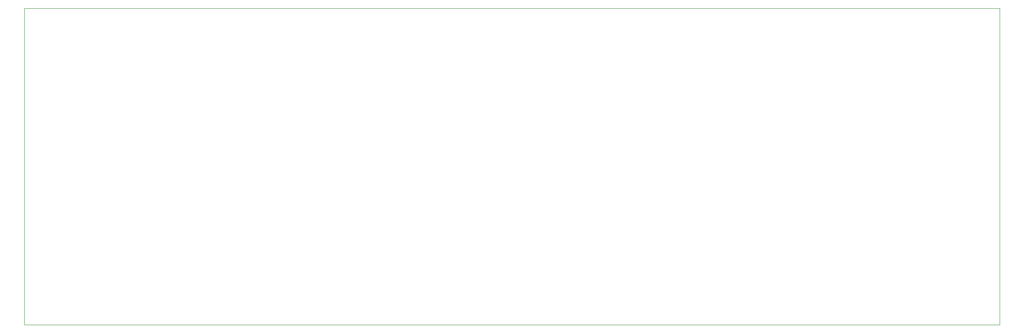
<source format=gbr>
%TF.GenerationSoftware,KiCad,Pcbnew,5.1.6-c6e7f7d~86~ubuntu20.04.1*%
%TF.CreationDate,2020-07-03T06:45:37-04:00*%
%TF.ProjectId,vfd-display,7666642d-6469-4737-906c-61792e6b6963,rev?*%
%TF.SameCoordinates,Original*%
%TF.FileFunction,Profile,NP*%
%FSLAX46Y46*%
G04 Gerber Fmt 4.6, Leading zero omitted, Abs format (unit mm)*
G04 Created by KiCad (PCBNEW 5.1.6-c6e7f7d~86~ubuntu20.04.1) date 2020-07-03 06:45:37*
%MOMM*%
%LPD*%
G01*
G04 APERTURE LIST*
%TA.AperFunction,Profile*%
%ADD10C,0.050000*%
%TD*%
G04 APERTURE END LIST*
D10*
X50000000Y-100000000D02*
X50000000Y-35000000D01*
X250000000Y-100000000D02*
X50000000Y-100000000D01*
X250000000Y-35000000D02*
X250000000Y-100000000D01*
X50000000Y-35000000D02*
X250000000Y-35000000D01*
M02*

</source>
